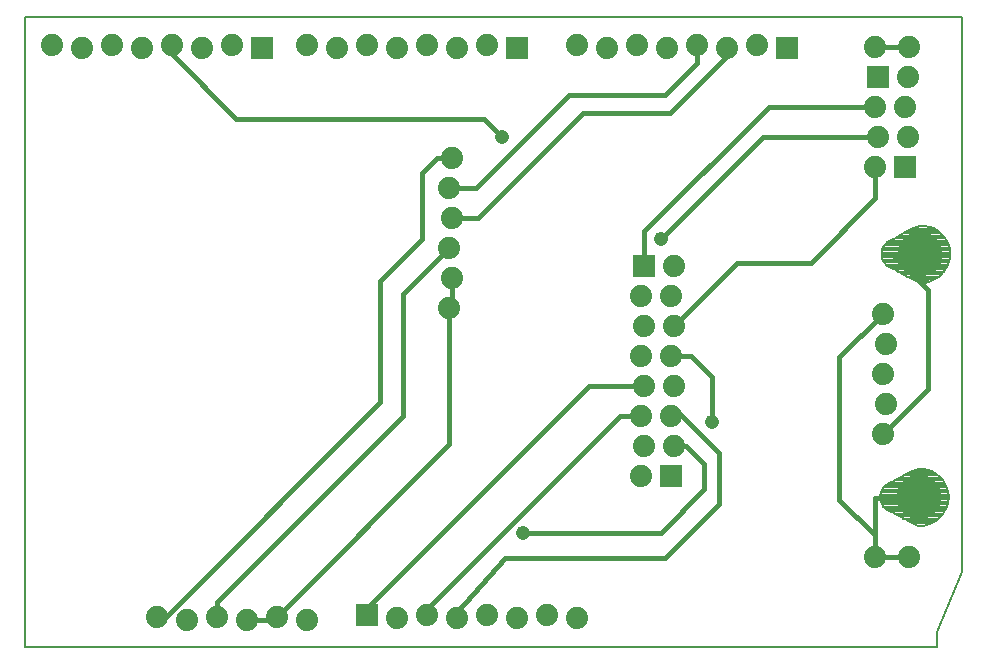
<source format=gtl>
G75*
%MOIN*%
%OFA0B0*%
%FSLAX25Y25*%
%IPPOS*%
%LPD*%
%AMOC8*
5,1,8,0,0,1.08239X$1,22.5*
%
%ADD10C,0.00800*%
%ADD11R,0.07400X0.07400*%
%ADD12C,0.07400*%
%ADD13C,0.15000*%
%ADD14C,0.01600*%
%ADD15C,0.04756*%
D10*
X0001400Y0001400D02*
X0001400Y0211400D01*
X0313900Y0211400D01*
X0313900Y0026400D01*
X0305400Y0006400D01*
X0305400Y0001400D01*
X0001400Y0001400D01*
X0115400Y0011400D02*
X0115400Y0011900D01*
X0135400Y0011900D02*
X0135400Y0011400D01*
X0286707Y0050033D02*
X0287032Y0049172D01*
X0287505Y0048382D01*
X0288112Y0047689D01*
X0288833Y0047116D01*
X0289645Y0046682D01*
X0290522Y0046400D01*
X0294768Y0043927D01*
X0299203Y0041809D01*
X0300755Y0041884D01*
X0302275Y0042200D01*
X0303728Y0042750D01*
X0305076Y0043521D01*
X0306288Y0044493D01*
X0307332Y0045643D01*
X0308184Y0046941D01*
X0308822Y0048358D01*
X0309231Y0049856D01*
X0309400Y0051400D01*
X0309245Y0052914D01*
X0308856Y0054385D01*
X0308241Y0055778D01*
X0307416Y0057057D01*
X0306401Y0058191D01*
X0305221Y0059152D01*
X0303905Y0059917D01*
X0302486Y0060467D01*
X0300998Y0060788D01*
X0299479Y0060872D01*
X0296386Y0059603D01*
X0293395Y0058110D01*
X0290522Y0056400D01*
X0289645Y0056118D01*
X0288833Y0055684D01*
X0288112Y0055111D01*
X0287505Y0054418D01*
X0287032Y0053628D01*
X0286707Y0052767D01*
X0286543Y0051860D01*
X0286543Y0050940D01*
X0286707Y0050033D01*
X0286791Y0049811D02*
X0309218Y0049811D01*
X0309313Y0050609D02*
X0286603Y0050609D01*
X0286543Y0051408D02*
X0309399Y0051408D01*
X0309318Y0052206D02*
X0286606Y0052206D01*
X0286797Y0053005D02*
X0309221Y0053005D01*
X0309010Y0053803D02*
X0287136Y0053803D01*
X0287666Y0054602D02*
X0308760Y0054602D01*
X0308408Y0055400D02*
X0288477Y0055400D01*
X0289897Y0056199D02*
X0307969Y0056199D01*
X0307454Y0056997D02*
X0291526Y0056997D01*
X0292867Y0057796D02*
X0306754Y0057796D01*
X0305906Y0058594D02*
X0294365Y0058594D01*
X0295964Y0059393D02*
X0304807Y0059393D01*
X0303198Y0060191D02*
X0297819Y0060191D01*
X0287127Y0049012D02*
X0309001Y0049012D01*
X0308757Y0048214D02*
X0287652Y0048214D01*
X0288457Y0047415D02*
X0308397Y0047415D01*
X0307971Y0046617D02*
X0289849Y0046617D01*
X0291521Y0045818D02*
X0307447Y0045818D01*
X0306766Y0045020D02*
X0292892Y0045020D01*
X0294263Y0044221D02*
X0305949Y0044221D01*
X0304904Y0043423D02*
X0295824Y0043423D01*
X0297497Y0042624D02*
X0303395Y0042624D01*
X0299539Y0041826D02*
X0299169Y0041826D01*
X0299703Y0122809D02*
X0301255Y0122884D01*
X0302775Y0123200D01*
X0304228Y0123750D01*
X0305576Y0124521D01*
X0306788Y0125493D01*
X0307832Y0126643D01*
X0308684Y0127941D01*
X0309322Y0129358D01*
X0309731Y0130856D01*
X0309900Y0132400D01*
X0309745Y0133914D01*
X0309356Y0135385D01*
X0308741Y0136778D01*
X0307916Y0138057D01*
X0306901Y0139191D01*
X0305721Y0140152D01*
X0304405Y0140917D01*
X0302986Y0141467D01*
X0301498Y0141788D01*
X0299979Y0141872D01*
X0296886Y0140603D01*
X0293895Y0139110D01*
X0291022Y0137400D01*
X0290145Y0137118D01*
X0289333Y0136684D01*
X0288612Y0136111D01*
X0288005Y0135418D01*
X0287532Y0134628D01*
X0287207Y0133767D01*
X0287043Y0132860D01*
X0287043Y0131940D01*
X0287207Y0131033D01*
X0287532Y0130172D01*
X0288005Y0129382D01*
X0288612Y0128689D01*
X0289333Y0128116D01*
X0290145Y0127682D01*
X0291022Y0127400D01*
X0295268Y0124927D01*
X0299703Y0122809D01*
X0298731Y0123274D02*
X0302970Y0123274D01*
X0304791Y0124072D02*
X0297058Y0124072D01*
X0295386Y0124871D02*
X0306012Y0124871D01*
X0306948Y0125669D02*
X0293993Y0125669D01*
X0292623Y0126468D02*
X0307673Y0126468D01*
X0308241Y0127266D02*
X0291252Y0127266D01*
X0289430Y0128065D02*
X0308739Y0128065D01*
X0309099Y0128863D02*
X0288459Y0128863D01*
X0287837Y0129662D02*
X0309405Y0129662D01*
X0309623Y0130460D02*
X0287423Y0130460D01*
X0287166Y0131259D02*
X0309775Y0131259D01*
X0309862Y0132057D02*
X0287043Y0132057D01*
X0287043Y0132856D02*
X0309853Y0132856D01*
X0309772Y0133654D02*
X0287187Y0133654D01*
X0287466Y0134453D02*
X0309603Y0134453D01*
X0309391Y0135251D02*
X0287905Y0135251D01*
X0288559Y0136050D02*
X0309062Y0136050D01*
X0308695Y0136848D02*
X0289641Y0136848D01*
X0291437Y0137647D02*
X0308180Y0137647D01*
X0307568Y0138445D02*
X0292778Y0138445D01*
X0294163Y0139244D02*
X0306836Y0139244D01*
X0305856Y0140042D02*
X0295762Y0140042D01*
X0297465Y0140841D02*
X0304536Y0140841D01*
X0302187Y0141639D02*
X0299411Y0141639D01*
D11*
X0294900Y0161400D03*
X0285900Y0191400D03*
X0255400Y0200900D03*
X0165400Y0200900D03*
X0080400Y0200900D03*
X0207900Y0128400D03*
X0216900Y0058400D03*
X0115400Y0011900D03*
D12*
X0125400Y0010900D03*
X0135400Y0011900D03*
X0145400Y0010900D03*
X0155400Y0011900D03*
X0165400Y0010900D03*
X0175400Y0011900D03*
X0185400Y0010900D03*
X0206900Y0058400D03*
X0207900Y0068400D03*
X0217900Y0068400D03*
X0216900Y0078400D03*
X0206900Y0078400D03*
X0207900Y0088400D03*
X0217900Y0088400D03*
X0216900Y0098400D03*
X0206900Y0098400D03*
X0207900Y0108400D03*
X0217900Y0108400D03*
X0216900Y0118400D03*
X0206900Y0118400D03*
X0217900Y0128400D03*
X0284900Y0161400D03*
X0285900Y0171400D03*
X0295900Y0171400D03*
X0294900Y0181400D03*
X0284900Y0181400D03*
X0295900Y0191400D03*
X0296100Y0201400D03*
X0284700Y0201400D03*
X0245400Y0201900D03*
X0235400Y0200900D03*
X0225400Y0201900D03*
X0215400Y0200900D03*
X0205400Y0201900D03*
X0195400Y0200900D03*
X0185400Y0201900D03*
X0155400Y0201900D03*
X0145400Y0200900D03*
X0135400Y0201900D03*
X0125400Y0200900D03*
X0115400Y0201900D03*
X0105400Y0200900D03*
X0095400Y0201900D03*
X0070400Y0201900D03*
X0060400Y0200900D03*
X0050400Y0201900D03*
X0040400Y0200900D03*
X0030400Y0201900D03*
X0020400Y0200900D03*
X0010400Y0201900D03*
X0143900Y0164400D03*
X0142900Y0154400D03*
X0143900Y0144400D03*
X0142900Y0134400D03*
X0143900Y0124400D03*
X0142900Y0114400D03*
X0284700Y0031400D03*
X0296100Y0031400D03*
X0287400Y0072400D03*
X0288400Y0082400D03*
X0287400Y0092400D03*
X0288400Y0102400D03*
X0287400Y0112400D03*
X0095400Y0010400D03*
X0085400Y0011400D03*
X0075400Y0010400D03*
X0065400Y0011400D03*
X0055400Y0010400D03*
X0045400Y0011400D03*
D13*
X0299400Y0051400D03*
X0299900Y0132400D03*
D14*
X0291400Y0131400D01*
X0302400Y0120400D01*
X0302400Y0087400D01*
X0287400Y0072400D01*
X0284700Y0050900D02*
X0284700Y0038600D01*
X0272900Y0050400D01*
X0272900Y0097900D01*
X0287400Y0112400D01*
X0263400Y0129400D02*
X0238900Y0129400D01*
X0217900Y0108400D01*
X0216900Y0098400D02*
X0223400Y0098400D01*
X0230400Y0091400D01*
X0230400Y0076400D01*
X0219900Y0078900D02*
X0217400Y0078900D01*
X0216900Y0078400D01*
X0219900Y0078900D02*
X0232900Y0065900D01*
X0232900Y0048900D01*
X0214900Y0030900D01*
X0161400Y0030900D01*
X0145400Y0012900D01*
X0145400Y0010900D01*
X0135400Y0011900D02*
X0135400Y0013900D01*
X0199900Y0078400D01*
X0206900Y0078400D01*
X0207900Y0088400D02*
X0189400Y0088400D01*
X0115400Y0014400D01*
X0115400Y0011900D01*
X0085400Y0011400D02*
X0142900Y0068900D01*
X0142900Y0114400D01*
X0142900Y0112400D01*
X0143900Y0113400D01*
X0143900Y0124400D01*
X0142900Y0134400D02*
X0127400Y0118900D01*
X0127400Y0078400D01*
X0065400Y0016400D01*
X0065400Y0011400D01*
X0075400Y0010400D02*
X0084400Y0010400D01*
X0085400Y0011400D01*
X0048400Y0011400D02*
X0119900Y0082900D01*
X0119900Y0123400D01*
X0133900Y0137400D01*
X0133900Y0159400D01*
X0138900Y0164400D01*
X0143900Y0164400D01*
X0142900Y0154400D02*
X0151900Y0154400D01*
X0182900Y0185400D01*
X0214900Y0185400D01*
X0225400Y0195900D01*
X0225400Y0201900D01*
X0235400Y0200900D02*
X0235400Y0198400D01*
X0216400Y0179400D01*
X0187400Y0179400D01*
X0152400Y0144400D01*
X0143900Y0144400D01*
X0160400Y0171400D02*
X0154400Y0177400D01*
X0071900Y0177400D01*
X0050400Y0198900D01*
X0050400Y0201900D01*
X0207900Y0139900D02*
X0207900Y0128400D01*
X0213400Y0137400D02*
X0247400Y0171400D01*
X0285900Y0171400D01*
X0284900Y0181400D02*
X0249400Y0181400D01*
X0207900Y0139900D01*
X0263400Y0129400D02*
X0284900Y0150900D01*
X0284900Y0161400D01*
X0284700Y0201400D02*
X0296100Y0201400D01*
X0221900Y0068400D02*
X0217900Y0068400D01*
X0221900Y0068400D02*
X0227900Y0062400D01*
X0227900Y0053900D01*
X0213400Y0039400D01*
X0167400Y0039400D01*
X0284700Y0038600D02*
X0284700Y0031400D01*
X0296100Y0031400D01*
X0299400Y0051400D02*
X0284700Y0050900D01*
X0048400Y0011400D02*
X0045400Y0011400D01*
D15*
X0167400Y0039400D03*
X0230400Y0076400D03*
X0213400Y0137400D03*
X0160400Y0171400D03*
M02*

</source>
